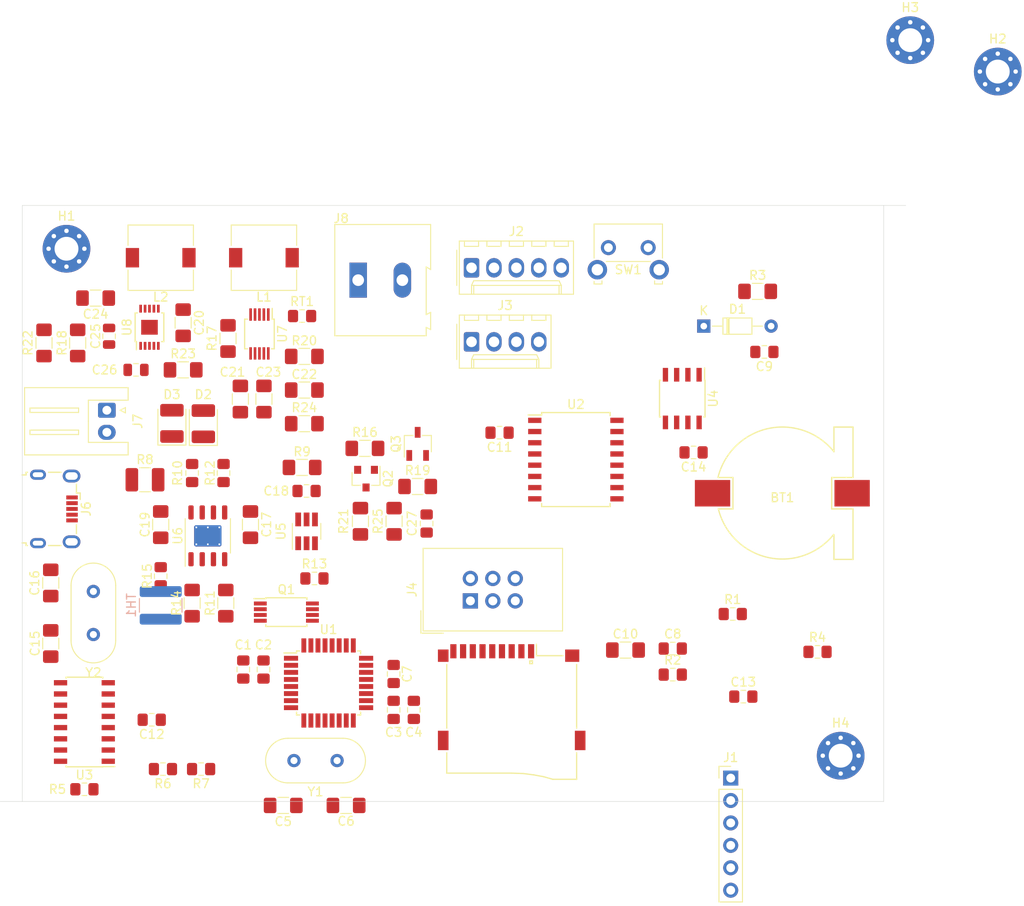
<source format=kicad_pcb>
(kicad_pcb (version 20171130) (host pcbnew "(6.0.0-rc1-dev-1491-g0a4812be0)")
  (layers (0 F.Cu signal) (31 B.Cu signal) (34 B.Paste user) (35 F.Paste user) (36 B.SilkS user) (37 F.SilkS user) (38 B.Mask user) (39 F.Mask user) (44 Edge.Cuts user))
  (net 0 "")
  (net 1 GND)
  (net 2 "Net-(BT1-Pad1)")
  (net 3 +3V3)
  (net 4 "/PB6(XTAL1)")
  (net 5 "/PB7(XTAL2)")
  (net 6 /DTR)
  (net 7 "/PC6(RESET)")
  (net 8 /RX)
  (net 9 /TX)
  (net 10 /SCL)
  (net 11 /SDA)
  (net 12 /SD_CS)
  (net 13 /MOSI)
  (net 14 /MISO)
  (net 15 "Net-(D2-Pad1)")
  (net 16 "Net-(L1-Pad2)")
  (net 17 "Net-(L1-Pad1)")
  (net 18 "Net-(Q1-Pad1)")
  (net 19 "Net-(R14-Pad1)")
  (net 20 "Net-(RT1-Pad1)")
  (net 21 "Net-(C7-Pad1)")
  (net 22 BAT+)
  (net 23 BAT-)
  (net 24 "Net-(C15-Pad1)")
  (net 25 "Net-(C16-Pad1)")
  (net 26 "Net-(C18-Pad1)")
  (net 27 "Net-(D3-Pad1)")
  (net 28 "Net-(R4-Pad2)")
  (net 29 "Net-(R13-Pad1)")
  (net 30 "Net-(R18-Pad2)")
  (net 31 /INT0)
  (net 32 "Net-(C12-Pad2)")
  (net 33 "Net-(C19-Pad1)")
  (net 34 ADC)
  (net 35 "Net-(C22-Pad2)")
  (net 36 "Net-(C22-Pad1)")
  (net 37 UD+)
  (net 38 UD-)
  (net 39 "Net-(Q1-Pad5)")
  (net 40 "Net-(Q1-Pad4)")
  (net 41 "Net-(Q2-Pad3)")
  (net 42 "Net-(Q2-Pad1)")
  (net 43 ENABLE)
  (net 44 "Net-(R6-Pad2)")
  (net 45 "Net-(R7-Pad2)")
  (net 46 "Net-(R10-Pad1)")
  (net 47 "Net-(R11-Pad2)")
  (net 48 "Net-(R12-Pad1)")
  (net 49 "Net-(C20-Pad1)")
  (net 50 "Net-(C25-Pad1)")
  (net 51 "Net-(C26-Pad1)")
  (net 52 "Net-(J6-Pad1)")
  (net 53 "Net-(L2-Pad2)")
  (net 54 "Net-(R20-Pad2)")
  (net 55 "Net-(R23-Pad1)")
  (net 56 "Net-(C11-Pad1)")
  (net 57 /SCK)
  (module "kicad_libraries:1220 Battery Holder, SMD" (layer F.Cu) (at 176.022 85.09)
    (fp_text reference BT1 (at 0 0.5) (layer F.SilkS))
    (fp_text value 3V)
    (pad 2 smd rect (at 7.9 0) (size 4 3) (layers F.Cu F.Paste F.Mask) (net 1 GND))
    (pad 1 smd rect (at -7.9 0) (size 4 3) (layers F.Cu F.Paste F.Mask) (net 2 "Net-(BT1-Pad1)"))
    (pad "" np_thru_hole circle (at -3.75 0) (size 1 1) (drill 1) (layers *.Cu *.Mask))
    (pad "" np_thru_hole circle (at 3.75 0) (size 1.3 1.3) (drill 1.3) (layers *.Cu *.Mask))
  )
  (module kicad_libraries:Conn_uSDcard (layer F.Cu) (at 145.3896 113.4872)
    (fp_text reference XS1)
    (fp_text value uSD-push_push_SMD)
    (pad 6 smd rect (at 7.75 -0.4) (size 1.2 2.2) (layers F.Cu F.Paste F.Mask) (net 1 GND))
    (pad 6 smd rect (at -7.75 -0.4) (size 1.2 2.2) (layers F.Cu F.Paste F.Mask) (net 1 GND))
    (pad 6 smd rect (at 6.85 -10) (size 1.6 1.4) (layers F.Cu F.Paste F.Mask) (net 1 GND))
    (pad 6 smd rect (at -7.75 -10) (size 1.2 1.4) (layers F.Cu F.Paste F.Mask) (net 1 GND))
    (pad 9 smd rect (at -6.6 -10.5) (size 0.7 1.6) (layers F.Cu F.Paste F.Mask))
    (pad 7 smd rect (at -4.4 -10.5) (size 0.7 1.6) (layers F.Cu F.Paste F.Mask) (net 14 /MISO))
    (pad 8 smd rect (at -5.5 -10.5) (size 0.7 1.6) (layers F.Cu F.Paste F.Mask))
    (pad 6 smd rect (at -3.3 -10.5) (size 0.7 1.6) (layers F.Cu F.Paste F.Mask) (net 1 GND))
    (pad 5 smd rect (at -2.2 -10.5) (size 0.7 1.6) (layers F.Cu F.Paste F.Mask) (net 57 /SCK))
    (pad 4 smd rect (at -1.1 -10.5) (size 0.7 1.6) (layers F.Cu F.Paste F.Mask) (net 3 +3V3))
    (pad 1 smd rect (at 2.2 -10.5) (size 0.7 1.6) (layers F.Cu F.Paste F.Mask))
    (pad 2 smd rect (at 1.1 -10.5) (size 0.7 1.6) (layers F.Cu F.Paste F.Mask) (net 12 /SD_CS))
    (pad "" np_thru_hole circle (at 3.05 0) (size 1 1) (drill 1) (layers *.Cu))
    (pad "" np_thru_hole circle (at -4.93 0) (size 1 1) (drill 1) (layers *.Cu))
    (pad 3 smd rect (at 0 -10.5) (size 0.7 1.6) (layers F.Cu F.Paste F.Mask) (net 13 /MOSI))
  )
  (module Connector_USB:USB_Micro-B_Wuerth_629105150521 (layer F.Cu) (at 93.726 86.868 270)
    (fp_text reference J6 (at 0 -3.5 270) (layer F.SilkS))
    (fp_text value USB_B_Mini)
    (pad "" np_thru_hole oval (at 2.5 -0.8 270) (size 0.8 0.8) (drill 0.8) (layers *.Cu *.Mask))
    (pad "" np_thru_hole oval (at -2.5 -0.8 270) (size 0.8 0.8) (drill 0.8) (layers *.Cu *.Mask))
    (pad 6 thru_hole oval (at 3.875 1.95 270) (size 1.15 1.8) (drill oval 0.55 1.2) (layers *.Cu *.Mask) (net 1 GND))
    (pad 6 thru_hole oval (at -3.875 1.95 270) (size 1.15 1.8) (drill oval 0.55 1.2) (layers *.Cu *.Mask) (net 1 GND))
    (pad 6 thru_hole oval (at 3.725 -1.85 270) (size 1.45 2) (drill oval 0.85 1.4) (layers *.Cu *.Mask) (net 1 GND))
    (pad 6 thru_hole oval (at -3.725 -1.85 270) (size 1.45 2) (drill oval 0.85 1.4) (layers *.Cu *.Mask) (net 1 GND))
    (pad 5 smd rect (at 1.3 -1.9 270) (size 0.45 1.3) (layers F.Cu F.Paste F.Mask) (net 1 GND))
    (pad 4 smd rect (at 0.65 -1.9 270) (size 0.45 1.3) (layers F.Cu F.Paste F.Mask))
    (pad 3 smd rect (at 0 -1.9 270) (size 0.45 1.3) (layers F.Cu F.Paste F.Mask) (net 37 UD+))
    (pad 2 smd rect (at -0.65 -1.9 270) (size 0.45 1.3) (layers F.Cu F.Paste F.Mask) (net 38 UD-))
    (pad 1 smd rect (at -1.3 -1.9 270) (size 0.45 1.3) (layers F.Cu F.Paste F.Mask) (net 52 "Net-(J6-Pad1)"))
  )
  (module Package_SO:MSOP-10-1EP_3x3mm_P0.5mm_EP1.68x1.88mm (layer F.Cu) (at 104.394 66.294 90)
    (fp_text reference U8 (at 0 -2.55 90) (layer F.SilkS))
    (fp_text value LTC3105)
    (pad 11 smd rect (at 0 0 90) (size 1.68 1.88) (layers F.Cu F.Mask) (net 1 GND))
    (pad 10 smd rect (at 2.105 -1 90) (size 0.89 0.305) (layers F.Cu F.Paste F.Mask) (net 50 "Net-(C25-Pad1)"))
    (pad 9 smd rect (at 2.105 -0.5 90) (size 0.89 0.305) (layers F.Cu F.Paste F.Mask) (net 22 BAT+))
    (pad 8 smd rect (at 2.105 0 90) (size 0.89 0.305) (layers F.Cu F.Paste F.Mask))
    (pad 7 smd rect (at 2.105 0.5 90) (size 0.89 0.305) (layers F.Cu F.Paste F.Mask) (net 53 "Net-(L2-Pad2)"))
    (pad 6 smd rect (at 2.105 1 90) (size 0.89 0.305) (layers F.Cu F.Paste F.Mask) (net 49 "Net-(C20-Pad1)"))
    (pad 5 smd rect (at -2.105 1 90) (size 0.89 0.305) (layers F.Cu F.Paste F.Mask) (net 55 "Net-(R23-Pad1)"))
    (pad 4 smd rect (at -2.105 0.5 90) (size 0.89 0.305) (layers F.Cu F.Paste F.Mask))
    (pad 3 smd rect (at -2.105 0 90) (size 0.89 0.305) (layers F.Cu F.Paste F.Mask) (net 1 GND))
    (pad 2 smd rect (at -2.105 -0.5 90) (size 0.89 0.305) (layers F.Cu F.Paste F.Mask) (net 51 "Net-(C26-Pad1)"))
    (pad 1 smd rect (at -2.105 -1 90) (size 0.89 0.305) (layers F.Cu F.Paste F.Mask) (net 30 "Net-(R18-Pad2)"))
  )
  (module Resistor_SMD:R_1206_3216Metric_Pad1.42x1.75mm_HandSolder (layer F.Cu) (at 132.08 88.265 90)
    (fp_text reference R25 (at 0 -1.82 90) (layer F.SilkS))
    (fp_text value 100k)
    (pad 2 smd roundrect (at 1.4875 0 90) (size 1.425 1.75) (layers F.Cu F.Paste F.Mask) (roundrect_rratio 0.175439) (net 1 GND))
    (pad 1 smd roundrect (at -1.4875 0 90) (size 1.425 1.75) (layers F.Cu F.Paste F.Mask) (roundrect_rratio 0.175439) (net 34 ADC))
  )
  (module Resistor_SMD:R_1206_3216Metric_Pad1.42x1.75mm_HandSolder (layer F.Cu) (at 121.92 77.216)
    (fp_text reference R24 (at 0 -1.82) (layer F.SilkS))
    (fp_text value 200k)
    (pad 2 smd roundrect (at 1.4875 0) (size 1.425 1.75) (layers F.Cu F.Paste F.Mask) (roundrect_rratio 0.175439) (net 1 GND))
    (pad 1 smd roundrect (at -1.4875 0) (size 1.425 1.75) (layers F.Cu F.Paste F.Mask) (roundrect_rratio 0.175439) (net 36 "Net-(C22-Pad1)"))
  )
  (module Resistor_SMD:R_1206_3216Metric_Pad1.42x1.75mm_HandSolder (layer F.Cu) (at 108.204 71.12)
    (fp_text reference R23 (at 0 -1.82) (layer F.SilkS))
    (fp_text value 40k2)
    (pad 2 smd roundrect (at 1.4875 0) (size 1.425 1.75) (layers F.Cu F.Paste F.Mask) (roundrect_rratio 0.175439) (net 1 GND))
    (pad 1 smd roundrect (at -1.4875 0) (size 1.425 1.75) (layers F.Cu F.Paste F.Mask) (roundrect_rratio 0.175439) (net 55 "Net-(R23-Pad1)"))
  )
  (module Inductor_SMD:L_7.3x7.3_H4.5 (layer F.Cu) (at 105.664 58.42 180)
    (fp_text reference L2 (at 0 -4.45 180) (layer F.SilkS))
    (fp_text value 10uH)
    (pad 2 smd rect (at 3.2 0 180) (size 1.5 2.2) (layers F.Cu F.Paste F.Mask) (net 53 "Net-(L2-Pad2)"))
    (pad 1 smd rect (at -3.2 0 180) (size 1.5 2.2) (layers F.Cu F.Paste F.Mask) (net 49 "Net-(C20-Pad1)"))
  )
  (module TerminalBlock:TerminalBlock_Altech_AK300-2_P5.00mm (layer F.Cu) (at 128.016 60.96)
    (fp_text reference J8 (at -1.92 -6.99) (layer F.SilkS))
    (fp_text value PhotoCell)
    (pad 2 thru_hole oval (at 5 0) (size 1.98 3.96) (drill 1.32) (layers *.Cu *.Mask) (net 1 GND))
    (pad 1 thru_hole rect (at 0 0) (size 1.98 3.96) (drill 1.32) (layers *.Cu *.Mask) (net 49 "Net-(C20-Pad1)"))
  )
  (module Connector_JST:JST_XH_S02B-XH-A_1x02_P2.50mm_Horizontal (layer F.Cu) (at 99.568 75.692 270)
    (fp_text reference J7 (at 1.25 -3.5 270) (layer F.SilkS))
    (fp_text value BAT)
    (pad 2 thru_hole oval (at 2.5 0 270) (size 1.7 2) (drill 1) (layers *.Cu *.Mask) (net 23 BAT-))
    (pad 1 thru_hole roundrect (at 0 0 270) (size 1.7 2) (drill 1) (layers *.Cu *.Mask) (roundrect_rratio 0.147059) (net 22 BAT+))
  )
  (module Capacitor_SMD:C_0805_2012Metric_Pad1.15x1.40mm_HandSolder (layer F.Cu) (at 135.763 88.519 90)
    (fp_text reference C27 (at 0 -1.65 90) (layer F.SilkS))
    (fp_text value 100nF)
    (pad 2 smd roundrect (at 1.025 0 90) (size 1.15 1.4) (layers F.Cu F.Paste F.Mask) (roundrect_rratio 0.217391) (net 1 GND))
    (pad 1 smd roundrect (at -1.025 0 90) (size 1.15 1.4) (layers F.Cu F.Paste F.Mask) (roundrect_rratio 0.217391) (net 34 ADC))
  )
  (module Capacitor_SMD:C_0805_2012Metric (layer F.Cu) (at 102.87 71.12)
    (fp_text reference C26 (at -3.556 0) (layer F.SilkS))
    (fp_text value 4.7uF)
    (pad 2 smd roundrect (at 0.9375 0) (size 0.975 1.4) (layers F.Cu F.Paste F.Mask) (net 1 GND))
    (pad 1 smd roundrect (at -0.9375 0) (size 0.975 1.4) (layers F.Cu F.Paste F.Mask) (net 51 "Net-(C26-Pad1)"))
  )
  (module Capacitor_SMD:C_0805_2012Metric (layer F.Cu) (at 99.822 67.31 270)
    (fp_text reference C25 (at 0 1.524 270) (layer F.SilkS))
    (fp_text value 1uF)
    (pad 2 smd roundrect (at 0.9375 0 270) (size 0.975 1.4) (layers F.Cu F.Paste F.Mask) (net 1 GND))
    (pad 1 smd roundrect (at -0.9375 0 270) (size 0.975 1.4) (layers F.Cu F.Paste F.Mask) (net 50 "Net-(C25-Pad1)"))
  )
  (module Capacitor_SMD:C_1206_3216Metric_Pad1.42x1.75mm_HandSolder (layer F.Cu) (at 98.298 62.992 180)
    (fp_text reference C24 (at 0 -1.82 180) (layer F.SilkS))
    (fp_text value 10uF)
    (pad 2 smd roundrect (at 1.4875 0 180) (size 1.425 1.75) (layers F.Cu F.Paste F.Mask) (roundrect_rratio 0.175439) (net 1 GND))
    (pad 1 smd roundrect (at -1.4875 0 180) (size 1.425 1.75) (layers F.Cu F.Paste F.Mask) (roundrect_rratio 0.175439) (net 22 BAT+))
  )
  (module Capacitor_SMD:C_1206_3216Metric_Pad1.42x1.75mm_HandSolder (layer F.Cu) (at 108.204 65.786 270)
    (fp_text reference C20 (at 0 -1.82 270) (layer F.SilkS))
    (fp_text value 10uF)
    (pad 2 smd roundrect (at 1.4875 0 270) (size 1.425 1.75) (layers F.Cu F.Paste F.Mask) (roundrect_rratio 0.175439) (net 1 GND))
    (pad 1 smd roundrect (at -1.4875 0 270) (size 1.425 1.75) (layers F.Cu F.Paste F.Mask) (roundrect_rratio 0.175439) (net 49 "Net-(C20-Pad1)"))
  )
  (module Crystal:Crystal_HC49-U_Vertical (layer F.Cu) (at 98.044 101.092 90)
    (fp_text reference Y2 (at -4.318 0 180) (layer F.SilkS))
    (fp_text value 12MHz)
    (pad 2 thru_hole circle (at 4.88 0 90) (size 1.5 1.5) (drill 0.8) (layers *.Cu *.Mask) (net 25 "Net-(C16-Pad1)"))
    (pad 1 thru_hole circle (at 0 0 90) (size 1.5 1.5) (drill 0.8) (layers *.Cu *.Mask) (net 24 "Net-(C15-Pad1)"))
  )
  (module Crystal:Crystal_HC49-U_Vertical (layer F.Cu) (at 125.6284 115.3668 180)
    (fp_text reference Y1 (at 2.44 -3.525 180) (layer F.SilkS))
    (fp_text value 8MHz)
    (pad 2 thru_hole circle (at 4.88 0 180) (size 1.5 1.5) (drill 0.8) (layers *.Cu *.Mask) (net 4 "/PB6(XTAL1)"))
    (pad 1 thru_hole circle (at 0 0 180) (size 1.5 1.5) (drill 0.8) (layers *.Cu *.Mask) (net 5 "/PB7(XTAL2)"))
  )
  (module Package_SO:MSOP-10_3x3mm_P0.5mm (layer F.Cu) (at 116.84 67.056 270)
    (fp_text reference U7 (at 0 -2.6 270) (layer F.SilkS))
    (fp_text value LTC3440)
    (pad 10 smd rect (at 2.2 -1 270) (size 1.4 0.3) (layers F.Cu F.Paste F.Mask) (net 54 "Net-(R20-Pad2)"))
    (pad 9 smd rect (at 2.2 -0.5 270) (size 1.4 0.3) (layers F.Cu F.Paste F.Mask) (net 36 "Net-(C22-Pad1)"))
    (pad 8 smd rect (at 2.2 0 270) (size 1.4 0.3) (layers F.Cu F.Paste F.Mask) (net 22 BAT+))
    (pad 7 smd rect (at 2.2 0.5 270) (size 1.4 0.3) (layers F.Cu F.Paste F.Mask) (net 22 BAT+))
    (pad 6 smd rect (at 2.2 1 270) (size 1.4 0.3) (layers F.Cu F.Paste F.Mask) (net 3 +3V3))
    (pad 5 smd rect (at -2.2 1 270) (size 1.4 0.3) (layers F.Cu F.Paste F.Mask) (net 1 GND))
    (pad 4 smd rect (at -2.2 0.5 270) (size 1.4 0.3) (layers F.Cu F.Paste F.Mask) (net 16 "Net-(L1-Pad2)"))
    (pad 3 smd rect (at -2.2 0 270) (size 1.4 0.3) (layers F.Cu F.Paste F.Mask) (net 17 "Net-(L1-Pad1)"))
    (pad 2 smd rect (at -2.2 -0.5 270) (size 1.4 0.3) (layers F.Cu F.Paste F.Mask))
    (pad 1 smd rect (at -2.2 -1 270) (size 1.4 0.3) (layers F.Cu F.Paste F.Mask) (net 20 "Net-(RT1-Pad1)"))
  )
  (module Package_SO:HSOP-8-1EP_3.9x4.9mm_P1.27mm_EP2.41x3.1mm_ThermalVias (layer F.Cu) (at 110.998 89.916 90)
    (fp_text reference U6 (at 0 -3.4 90) (layer F.SilkS))
    (fp_text value TP4056)
    (pad 8 smd roundrect (at 2.65 -1.905 90) (size 1.6 0.6) (layers F.Cu F.Paste F.Mask) (net 33 "Net-(C19-Pad1)"))
    (pad 7 smd roundrect (at 2.65 -0.635 90) (size 1.6 0.6) (layers F.Cu F.Paste F.Mask) (net 46 "Net-(R10-Pad1)"))
    (pad 6 smd roundrect (at 2.65 0.635 90) (size 1.6 0.6) (layers F.Cu F.Paste F.Mask) (net 48 "Net-(R12-Pad1)"))
    (pad 5 smd roundrect (at 2.65 1.905 90) (size 1.6 0.6) (layers F.Cu F.Paste F.Mask) (net 22 BAT+))
    (pad 4 smd roundrect (at -2.65 1.905 90) (size 1.6 0.6) (layers F.Cu F.Paste F.Mask) (net 33 "Net-(C19-Pad1)"))
    (pad 3 smd roundrect (at -2.65 0.635 90) (size 1.6 0.6) (layers F.Cu F.Paste F.Mask) (net 1 GND))
    (pad 2 smd roundrect (at -2.65 -0.635 90) (size 1.6 0.6) (layers F.Cu F.Paste F.Mask) (net 19 "Net-(R14-Pad1)"))
    (pad 1 smd roundrect (at -2.65 -1.905 90) (size 1.6 0.6) (layers F.Cu F.Paste F.Mask) (net 47 "Net-(R11-Pad2)"))
    (pad 9 smd roundrect (at 0 0 90) (size 2.41 3.1) (layers B.Cu) (roundrect_rratio 0.103734))
    (pad 9 thru_hole circle (at 0.955 1.3 90) (size 0.5 0.5) (drill 0.2) (layers *.Cu))
    (pad 9 thru_hole circle (at -0.955 1.3 90) (size 0.5 0.5) (drill 0.2) (layers *.Cu))
    (pad 9 thru_hole circle (at 0.955 0 90) (size 0.5 0.5) (drill 0.2) (layers *.Cu))
    (pad 9 thru_hole circle (at -0.955 0 90) (size 0.5 0.5) (drill 0.2) (layers *.Cu))
    (pad 9 thru_hole circle (at 0.955 -1.3 90) (size 0.5 0.5) (drill 0.2) (layers *.Cu))
    (pad 9 thru_hole circle (at -0.955 -1.3 90) (size 0.5 0.5) (drill 0.2) (layers *.Cu))
    (pad 9 smd roundrect (at 0 0 90) (size 2.41 3.1) (layers F.Cu F.Mask) (roundrect_rratio 0.104))
  )
  (module Package_TO_SOT_SMD:SOT-23-6_Handsoldering (layer F.Cu) (at 122.174 89.408 90)
    (fp_text reference U5 (at 0 -2.9 90) (layer F.SilkS))
    (fp_text value FS312F-G)
    (pad 5 smd rect (at 1.35 0 90) (size 1.56 0.65) (layers F.Cu F.Paste F.Mask) (net 26 "Net-(C18-Pad1)"))
    (pad 6 smd rect (at 1.35 -0.95 90) (size 1.56 0.65) (layers F.Cu F.Paste F.Mask) (net 23 BAT-))
    (pad 4 smd rect (at 1.35 0.95 90) (size 1.56 0.65) (layers F.Cu F.Paste F.Mask))
    (pad 3 smd rect (at -1.35 0.95 90) (size 1.56 0.65) (layers F.Cu F.Paste F.Mask) (net 39 "Net-(Q1-Pad5)"))
    (pad 2 smd rect (at -1.35 0 90) (size 1.56 0.65) (layers F.Cu F.Paste F.Mask) (net 29 "Net-(R13-Pad1)"))
    (pad 1 smd rect (at -1.35 -0.95 90) (size 1.56 0.65) (layers F.Cu F.Paste F.Mask) (net 40 "Net-(Q1-Pad4)"))
  )
  (module Package_SO:SOIC-8_3.9x4.9mm_P1.27mm (layer F.Cu) (at 164.697547 74.373158 270)
    (fp_text reference U4 (at 0 -3.5 270) (layer F.SilkS))
    (fp_text value AT24CS32-SSHM)
    (pad 8 smd rect (at 2.7 -1.905 270) (size 1.55 0.6) (layers F.Cu F.Paste F.Mask) (net 3 +3V3))
    (pad 7 smd rect (at 2.7 -0.635 270) (size 1.55 0.6) (layers F.Cu F.Paste F.Mask) (net 1 GND))
    (pad 6 smd rect (at 2.7 0.635 270) (size 1.55 0.6) (layers F.Cu F.Paste F.Mask) (net 10 /SCL))
    (pad 5 smd rect (at 2.7 1.905 270) (size 1.55 0.6) (layers F.Cu F.Paste F.Mask) (net 11 /SDA))
    (pad 4 smd rect (at -2.7 1.905 270) (size 1.55 0.6) (layers F.Cu F.Paste F.Mask) (net 1 GND))
    (pad 3 smd rect (at -2.7 0.635 270) (size 1.55 0.6) (layers F.Cu F.Paste F.Mask) (net 1 GND))
    (pad 2 smd rect (at -2.7 -0.635 270) (size 1.55 0.6) (layers F.Cu F.Paste F.Mask) (net 1 GND))
    (pad 1 smd rect (at -2.7 -1.905 270) (size 1.55 0.6) (layers F.Cu F.Paste F.Mask) (net 1 GND))
  )
  (module Package_SO:SOIC-16_3.9x9.9mm_P1.27mm (layer F.Cu) (at 97.028 110.998 180)
    (fp_text reference U3 (at 0 -6 180) (layer F.SilkS))
    (fp_text value CH340G)
    (pad 16 smd rect (at 2.7 -4.445 180) (size 1.5 0.6) (layers F.Cu F.Paste F.Mask) (net 3 +3V3))
    (pad 15 smd rect (at 2.7 -3.175 180) (size 1.5 0.6) (layers F.Cu F.Paste F.Mask))
    (pad 14 smd rect (at 2.7 -1.905 180) (size 1.5 0.6) (layers F.Cu F.Paste F.Mask))
    (pad 13 smd rect (at 2.7 -0.635 180) (size 1.5 0.6) (layers F.Cu F.Paste F.Mask))
    (pad 12 smd rect (at 2.7 0.635 180) (size 1.5 0.6) (layers F.Cu F.Paste F.Mask))
    (pad 11 smd rect (at 2.7 1.905 180) (size 1.5 0.6) (layers F.Cu F.Paste F.Mask))
    (pad 10 smd rect (at 2.7 3.175 180) (size 1.5 0.6) (layers F.Cu F.Paste F.Mask))
    (pad 9 smd rect (at 2.7 4.445 180) (size 1.5 0.6) (layers F.Cu F.Paste F.Mask))
    (pad 8 smd rect (at -2.7 4.445 180) (size 1.5 0.6) (layers F.Cu F.Paste F.Mask) (net 25 "Net-(C16-Pad1)"))
    (pad 7 smd rect (at -2.7 3.175 180) (size 1.5 0.6) (layers F.Cu F.Paste F.Mask) (net 24 "Net-(C15-Pad1)"))
    (pad 6 smd rect (at -2.7 1.905 180) (size 1.5 0.6) (layers F.Cu F.Paste F.Mask) (net 38 UD-))
    (pad 5 smd rect (at -2.7 0.635 180) (size 1.5 0.6) (layers F.Cu F.Paste F.Mask) (net 37 UD+))
    (pad 4 smd rect (at -2.7 -0.635 180) (size 1.5 0.6) (layers F.Cu F.Paste F.Mask) (net 32 "Net-(C12-Pad2)"))
    (pad 3 smd rect (at -2.7 -1.905 180) (size 1.5 0.6) (layers F.Cu F.Paste F.Mask) (net 45 "Net-(R7-Pad2)"))
    (pad 2 smd rect (at -2.7 -3.175 180) (size 1.5 0.6) (layers F.Cu F.Paste F.Mask) (net 44 "Net-(R6-Pad2)"))
    (pad 1 smd rect (at -2.7 -4.445 180) (size 1.5 0.6) (layers F.Cu F.Paste F.Mask) (net 1 GND))
  )
  (module Package_SO:SOIC-16W_7.5x10.3mm_P1.27mm (layer F.Cu) (at 152.654 81.28)
    (fp_text reference U2 (at 0 -6.25) (layer F.SilkS))
    (fp_text value DS3231M)
    (pad 16 smd rect (at 4.65 -4.445) (size 1.5 0.6) (layers F.Cu F.Paste F.Mask) (net 10 /SCL))
    (pad 15 smd rect (at 4.65 -3.175) (size 1.5 0.6) (layers F.Cu F.Paste F.Mask) (net 11 /SDA))
    (pad 14 smd rect (at 4.65 -1.905) (size 1.5 0.6) (layers F.Cu F.Paste F.Mask) (net 2 "Net-(BT1-Pad1)"))
    (pad 13 smd rect (at 4.65 -0.635) (size 1.5 0.6) (layers F.Cu F.Paste F.Mask) (net 1 GND))
    (pad 12 smd rect (at 4.65 0.635) (size 1.5 0.6) (layers F.Cu F.Paste F.Mask) (net 1 GND))
    (pad 11 smd rect (at 4.65 1.905) (size 1.5 0.6) (layers F.Cu F.Paste F.Mask) (net 1 GND))
    (pad 10 smd rect (at 4.65 3.175) (size 1.5 0.6) (layers F.Cu F.Paste F.Mask) (net 1 GND))
    (pad 9 smd rect (at 4.65 4.445) (size 1.5 0.6) (layers F.Cu F.Paste F.Mask) (net 1 GND))
    (pad 8 smd rect (at -4.65 4.445) (size 1.5 0.6) (layers F.Cu F.Paste F.Mask) (net 1 GND))
    (pad 7 smd rect (at -4.65 3.175) (size 1.5 0.6) (layers F.Cu F.Paste F.Mask) (net 1 GND))
    (pad 6 smd rect (at -4.65 1.905) (size 1.5 0.6) (layers F.Cu F.Paste F.Mask) (net 1 GND))
    (pad 5 smd rect (at -4.65 0.635) (size 1.5 0.6) (layers F.Cu F.Paste F.Mask) (net 1 GND))
    (pad 4 smd rect (at -4.65 -0.635) (size 1.5 0.6) (layers F.Cu F.Paste F.Mask))
    (pad 3 smd rect (at -4.65 -1.905) (size 1.5 0.6) (layers F.Cu F.Paste F.Mask) (net 31 /INT0))
    (pad 2 smd rect (at -4.65 -3.175) (size 1.5 0.6) (layers F.Cu F.Paste F.Mask) (net 56 "Net-(C11-Pad1)"))
    (pad 1 smd rect (at -4.65 -4.445) (size 1.5 0.6) (layers F.Cu F.Paste F.Mask))
  )
  (module Package_QFP:TQFP-32_7x7mm_P0.8mm (layer F.Cu) (at 124.6632 106.5784)
    (fp_text reference U1 (at 0 -6.05) (layer F.SilkS))
    (fp_text value ATmega328P-AU)
    (pad 32 smd rect (at -2.8 -4.25 90) (size 1.6 0.55) (layers F.Cu F.Paste F.Mask) (net 31 /INT0))
    (pad 31 smd rect (at -2 -4.25 90) (size 1.6 0.55) (layers F.Cu F.Paste F.Mask) (net 9 /TX))
    (pad 30 smd rect (at -1.2 -4.25 90) (size 1.6 0.55) (layers F.Cu F.Paste F.Mask) (net 8 /RX))
    (pad 29 smd rect (at -0.4 -4.25 90) (size 1.6 0.55) (layers F.Cu F.Paste F.Mask) (net 7 "/PC6(RESET)"))
    (pad 28 smd rect (at 0.4 -4.25 90) (size 1.6 0.55) (layers F.Cu F.Paste F.Mask) (net 10 /SCL))
    (pad 27 smd rect (at 1.2 -4.25 90) (size 1.6 0.55) (layers F.Cu F.Paste F.Mask) (net 11 /SDA))
    (pad 26 smd rect (at 2 -4.25 90) (size 1.6 0.55) (layers F.Cu F.Paste F.Mask))
    (pad 25 smd rect (at 2.8 -4.25 90) (size 1.6 0.55) (layers F.Cu F.Paste F.Mask))
    (pad 24 smd rect (at 4.25 -2.8) (size 1.6 0.55) (layers F.Cu F.Paste F.Mask) (net 43 ENABLE))
    (pad 23 smd rect (at 4.25 -2) (size 1.6 0.55) (layers F.Cu F.Paste F.Mask) (net 34 ADC))
    (pad 22 smd rect (at 4.25 -1.2) (size 1.6 0.55) (layers F.Cu F.Paste F.Mask))
    (pad 21 smd rect (at 4.25 -0.4) (size 1.6 0.55) (layers F.Cu F.Paste F.Mask) (net 1 GND))
    (pad 20 smd rect (at 4.25 0.4) (size 1.6 0.55) (layers F.Cu F.Paste F.Mask) (net 21 "Net-(C7-Pad1)"))
    (pad 19 smd rect (at 4.25 1.2) (size 1.6 0.55) (layers F.Cu F.Paste F.Mask))
    (pad 18 smd rect (at 4.25 2) (size 1.6 0.55) (layers F.Cu F.Paste F.Mask) (net 3 +3V3))
    (pad 17 smd rect (at 4.25 2.8) (size 1.6 0.55) (layers F.Cu F.Paste F.Mask) (net 57 /SCK))
    (pad 16 smd rect (at 2.8 4.25 90) (size 1.6 0.55) (layers F.Cu F.Paste F.Mask) (net 14 /MISO))
    (pad 15 smd rect (at 2 4.25 90) (size 1.6 0.55) (layers F.Cu F.Paste F.Mask) (net 13 /MOSI))
    (pad 14 smd rect (at 1.2 4.25 90) (size 1.6 0.55) (layers F.Cu F.Paste F.Mask) (net 12 /SD_CS))
    (pad 13 smd rect (at 0.4 4.25 90) (size 1.6 0.55) (layers F.Cu F.Paste F.Mask))
    (pad 12 smd rect (at -0.4 4.25 90) (size 1.6 0.55) (layers F.Cu F.Paste F.Mask))
    (pad 11 smd rect (at -1.2 4.25 90) (size 1.6 0.55) (layers F.Cu F.Paste F.Mask))
    (pad 10 smd rect (at -2 4.25 90) (size 1.6 0.55) (layers F.Cu F.Paste F.Mask))
    (pad 9 smd rect (at -2.8 4.25 90) (size 1.6 0.55) (layers F.Cu F.Paste F.Mask))
    (pad 8 smd rect (at -4.25 2.8) (size 1.6 0.55) (layers F.Cu F.Paste F.Mask) (net 5 "/PB7(XTAL2)"))
    (pad 7 smd rect (at -4.25 2) (size 1.6 0.55) (layers F.Cu F.Paste F.Mask) (net 4 "/PB6(XTAL1)"))
    (pad 6 smd rect (at -4.25 1.2) (size 1.6 0.55) (layers F.Cu F.Paste F.Mask) (net 3 +3V3))
    (pad 5 smd rect (at -4.25 0.4) (size 1.6 0.55) (layers F.Cu F.Paste F.Mask) (net 1 GND))
    (pad 4 smd rect (at -4.25 -0.4) (size 1.6 0.55) (layers F.Cu F.Paste F.Mask) (net 3 +3V3))
    (pad 3 smd rect (at -4.25 -1.2) (size 1.6 0.55) (layers F.Cu F.Paste F.Mask) (net 1 GND))
    (pad 2 smd rect (at -4.25 -2) (size 1.6 0.55) (layers F.Cu F.Paste F.Mask))
    (pad 1 smd rect (at -4.25 -2.8) (size 1.6 0.55) (layers F.Cu F.Paste F.Mask))
  )
  (module Resistor_SMD:R_1218_3246Metric_Pad1.22x4.75mm_HandSolder (layer B.Cu) (at 105.664 97.79 270)
    (fp_text reference TH1 (at 0 3.32 270) (layer B.SilkS) (effects (justify mirror)))
    (fp_text value "10k (25ᵒ)")
    (pad 2 smd roundrect (at 1.5625 0 270) (size 1.225 4.75) (layers B.Cu B.Paste B.Mask) (roundrect_rratio 0.204082) (net 1 GND))
    (pad 1 smd roundrect (at -1.5625 0 270) (size 1.225 4.75) (layers B.Cu B.Paste B.Mask) (roundrect_rratio 0.204082) (net 47 "Net-(R11-Pad2)"))
  )
  (module Button_Switch_THT:SW_Tactile_SKHH_Angled (layer F.Cu) (at 156.337 57.277)
    (fp_text reference SW1 (at 2.25 2.5) (layer F.SilkS))
    (fp_text value SW_Push)
    (pad 1 thru_hole circle (at 0 0 180) (size 1.7 1.7) (drill 1) (layers *.Cu *.Mask) (net 28 "Net-(R4-Pad2)"))
    (pad 2 thru_hole circle (at 4.5 0 180) (size 1.7 1.7) (drill 1) (layers *.Cu *.Mask) (net 1 GND))
    (pad "" thru_hole circle (at -1.25 2.5 180) (size 2.2 2.2) (drill 1.3) (layers *.Cu *.Mask))
    (pad "" thru_hole circle (at 5.75 2.5 180) (size 2.2 2.2) (drill 1.3) (layers *.Cu *.Mask))
  )
  (module Resistor_SMD:R_0805_2012Metric_Pad1.15x1.40mm_HandSolder (layer F.Cu) (at 121.666 65.024)
    (fp_text reference RT1 (at 0 -1.65) (layer F.SilkS))
    (fp_text value 30k1)
    (pad 2 smd roundrect (at 1.025 0) (size 1.15 1.4) (layers F.Cu F.Paste F.Mask) (roundrect_rratio 0.217391) (net 1 GND))
    (pad 1 smd roundrect (at -1.025 0) (size 1.15 1.4) (layers F.Cu F.Paste F.Mask) (roundrect_rratio 0.217391) (net 20 "Net-(RT1-Pad1)"))
  )
  (module Resistor_SMD:R_1206_3216Metric_Pad1.42x1.75mm_HandSolder (layer F.Cu) (at 92.456 68.072 90)
    (fp_text reference R22 (at 0 -1.82 90) (layer F.SilkS))
    (fp_text value 332k)
    (pad 2 smd roundrect (at 1.4875 0 90) (size 1.425 1.75) (layers F.Cu F.Paste F.Mask) (roundrect_rratio 0.175439) (net 1 GND))
    (pad 1 smd roundrect (at -1.4875 0 90) (size 1.425 1.75) (layers F.Cu F.Paste F.Mask) (roundrect_rratio 0.175439) (net 30 "Net-(R18-Pad2)"))
  )
  (module Resistor_SMD:R_1206_3216Metric_Pad1.42x1.75mm_HandSolder (layer F.Cu) (at 128.27 88.265 270)
    (fp_text reference R21 (at 0 1.905 270) (layer F.SilkS))
    (fp_text value 330k)
    (pad 2 smd roundrect (at 1.4875 0 270) (size 1.425 1.75) (layers F.Cu F.Paste F.Mask) (roundrect_rratio 0.175439) (net 34 ADC))
    (pad 1 smd roundrect (at -1.4875 0 270) (size 1.425 1.75) (layers F.Cu F.Paste F.Mask) (roundrect_rratio 0.175439) (net 41 "Net-(Q2-Pad3)"))
  )
  (module Resistor_SMD:R_1206_3216Metric_Pad1.42x1.75mm_HandSolder (layer F.Cu) (at 121.92 69.596 180)
    (fp_text reference R20 (at 0 1.778 180) (layer F.SilkS))
    (fp_text value 15k)
    (pad 2 smd roundrect (at 1.4875 0 180) (size 1.425 1.75) (layers F.Cu F.Paste F.Mask) (roundrect_rratio 0.175439) (net 54 "Net-(R20-Pad2)"))
    (pad 1 smd roundrect (at -1.4875 0 180) (size 1.425 1.75) (layers F.Cu F.Paste F.Mask) (roundrect_rratio 0.175439) (net 35 "Net-(C22-Pad2)"))
  )
  (module Resistor_SMD:R_1206_3216Metric_Pad1.42x1.75mm_HandSolder (layer F.Cu) (at 134.747 84.328)
    (fp_text reference R19 (at 0 -1.82) (layer F.SilkS))
    (fp_text value 100k)
    (pad 2 smd roundrect (at 1.4875 0) (size 1.425 1.75) (layers F.Cu F.Paste F.Mask) (roundrect_rratio 0.175439) (net 1 GND))
    (pad 1 smd roundrect (at -1.4875 0) (size 1.425 1.75) (layers F.Cu F.Paste F.Mask) (roundrect_rratio 0.175439) (net 43 ENABLE))
  )
  (module Resistor_SMD:R_1206_3216Metric_Pad1.42x1.75mm_HandSolder (layer F.Cu) (at 96.266 68.072 270)
    (fp_text reference R18 (at 0 1.778 270) (layer F.SilkS))
    (fp_text value 1.02M)
    (pad 2 smd roundrect (at 1.4875 0 270) (size 1.425 1.75) (layers F.Cu F.Paste F.Mask) (roundrect_rratio 0.175439) (net 30 "Net-(R18-Pad2)"))
    (pad 1 smd roundrect (at -1.4875 0 270) (size 1.425 1.75) (layers F.Cu F.Paste F.Mask) (roundrect_rratio 0.175439) (net 22 BAT+))
  )
  (module Resistor_SMD:R_1206_3216Metric_Pad1.42x1.75mm_HandSolder (layer F.Cu) (at 113.284 67.564 90)
    (fp_text reference R17 (at 0 -1.82 90) (layer F.SilkS))
    (fp_text value 340k)
    (pad 2 smd roundrect (at 1.4875 0 90) (size 1.425 1.75) (layers F.Cu F.Paste F.Mask) (roundrect_rratio 0.175439) (net 36 "Net-(C22-Pad1)"))
    (pad 1 smd roundrect (at -1.4875 0 90) (size 1.425 1.75) (layers F.Cu F.Paste F.Mask) (roundrect_rratio 0.175439) (net 3 +3V3))
  )
  (module Resistor_SMD:R_1206_3216Metric_Pad1.42x1.75mm_HandSolder (layer F.Cu) (at 128.778 80.01)
    (fp_text reference R16 (at 0 -1.82) (layer F.SilkS))
    (fp_text value 10k)
    (pad 2 smd roundrect (at 1.4875 0) (size 1.425 1.75) (layers F.Cu F.Paste F.Mask) (roundrect_rratio 0.175439) (net 42 "Net-(Q2-Pad1)"))
    (pad 1 smd roundrect (at -1.4875 0) (size 1.425 1.75) (layers F.Cu F.Paste F.Mask) (roundrect_rratio 0.175439) (net 22 BAT+))
  )
  (module Resistor_SMD:R_0805_2012Metric_Pad1.15x1.40mm_HandSolder (layer F.Cu) (at 105.664 94.488 270)
    (fp_text reference R15 (at 0 1.524 270) (layer F.SilkS))
    (fp_text value 10k48)
    (pad 2 smd roundrect (at 1.025 0 270) (size 1.15 1.4) (layers F.Cu F.Paste F.Mask) (roundrect_rratio 0.217391) (net 1 GND))
    (pad 1 smd roundrect (at -1.025 0 270) (size 1.15 1.4) (layers F.Cu F.Paste F.Mask) (roundrect_rratio 0.217391) (net 47 "Net-(R11-Pad2)"))
  )
  (module Resistor_SMD:R_1206_3216Metric_Pad1.42x1.75mm_HandSolder (layer F.Cu) (at 109.22 97.536 270)
    (fp_text reference R14 (at 0 1.778 270) (layer F.SilkS))
    (fp_text value 1k2)
    (pad 2 smd roundrect (at 1.4875 0 270) (size 1.425 1.75) (layers F.Cu F.Paste F.Mask) (roundrect_rratio 0.175439) (net 1 GND))
    (pad 1 smd roundrect (at -1.4875 0 270) (size 1.425 1.75) (layers F.Cu F.Paste F.Mask) (roundrect_rratio 0.175439) (net 19 "Net-(R14-Pad1)"))
  )
  (module Resistor_SMD:R_0805_2012Metric_Pad1.15x1.40mm_HandSolder (layer F.Cu) (at 123.063 94.742)
    (fp_text reference R13 (at 0 -1.65) (layer F.SilkS))
    (fp_text value 1k)
    (pad 2 smd roundrect (at 1.025 0) (size 1.15 1.4) (layers F.Cu F.Paste F.Mask) (roundrect_rratio 0.217391) (net 1 GND))
    (pad 1 smd roundrect (at -1.025 0) (size 1.15 1.4) (layers F.Cu F.Paste F.Mask) (roundrect_rratio 0.217391) (net 29 "Net-(R13-Pad1)"))
  )
  (module Resistor_SMD:R_0805_2012Metric_Pad1.15x1.40mm_HandSolder (layer F.Cu) (at 112.776 82.804 90)
    (fp_text reference R12 (at 0 -1.524 90) (layer F.SilkS))
    (fp_text value 1k)
    (pad 2 smd roundrect (at 1.025 0 90) (size 1.15 1.4) (layers F.Cu F.Paste F.Mask) (roundrect_rratio 0.217391) (net 15 "Net-(D2-Pad1)"))
    (pad 1 smd roundrect (at -1.025 0 90) (size 1.15 1.4) (layers F.Cu F.Paste F.Mask) (roundrect_rratio 0.217391) (net 48 "Net-(R12-Pad1)"))
  )
  (module Resistor_SMD:R_1206_3216Metric_Pad1.42x1.75mm_HandSolder (layer F.Cu) (at 113.03 97.536 270)
    (fp_text reference R11 (at 0 1.778 270) (layer F.SilkS))
    (fp_text value 2k7)
    (pad 2 smd roundrect (at 1.4875 0 270) (size 1.425 1.75) (layers F.Cu F.Paste F.Mask) (roundrect_rratio 0.175439) (net 47 "Net-(R11-Pad2)"))
    (pad 1 smd roundrect (at -1.4875 0 270) (size 1.425 1.75) (layers F.Cu F.Paste F.Mask) (roundrect_rratio 0.175439) (net 33 "Net-(C19-Pad1)"))
  )
  (module Resistor_SMD:R_0805_2012Metric_Pad1.15x1.40mm_HandSolder (layer F.Cu) (at 109.22 82.804 90)
    (fp_text reference R10 (at 0 -1.65 90) (layer F.SilkS))
    (fp_text value 1k)
    (pad 2 smd roundrect (at 1.025 0 90) (size 1.15 1.4) (layers F.Cu F.Paste F.Mask) (roundrect_rratio 0.217391) (net 27 "Net-(D3-Pad1)"))
    (pad 1 smd roundrect (at -1.025 0 90) (size 1.15 1.4) (layers F.Cu F.Paste F.Mask) (roundrect_rratio 0.217391) (net 46 "Net-(R10-Pad1)"))
  )
  (module Resistor_SMD:R_1206_3216Metric_Pad1.42x1.75mm_HandSolder (layer F.Cu) (at 121.666 82.169 180)
    (fp_text reference R9 (at 0 1.778 180) (layer F.SilkS))
    (fp_text value 100)
    (pad 2 smd roundrect (at 1.4875 0 180) (size 1.425 1.75) (layers F.Cu F.Paste F.Mask) (roundrect_rratio 0.175439) (net 22 BAT+))
    (pad 1 smd roundrect (at -1.4875 0 180) (size 1.425 1.75) (layers F.Cu F.Paste F.Mask) (roundrect_rratio 0.175439) (net 26 "Net-(C18-Pad1)"))
  )
  (module Resistor_SMD:R_1210_3225Metric_Pad1.42x2.65mm_HandSolder (layer F.Cu) (at 103.886 83.566 180)
    (fp_text reference R8 (at 0 2.286 180) (layer F.SilkS))
    (fp_text value 0R4)
    (pad 2 smd roundrect (at 1.4875 0 180) (size 1.425 2.65) (layers F.Cu F.Paste F.Mask) (roundrect_rratio 0.175439) (net 52 "Net-(J6-Pad1)"))
    (pad 1 smd roundrect (at -1.4875 0 180) (size 1.425 2.65) (layers F.Cu F.Paste F.Mask) (roundrect_rratio 0.175439) (net 33 "Net-(C19-Pad1)"))
  )
  (module Resistor_SMD:R_0805_2012Metric_Pad1.15x1.40mm_HandSolder (layer F.Cu) (at 110.236 116.332 180)
    (fp_text reference R7 (at 0 -1.65 180) (layer F.SilkS))
    (fp_text value 1k)
    (pad 2 smd roundrect (at 1.025 0 180) (size 1.15 1.4) (layers F.Cu F.Paste F.Mask) (roundrect_rratio 0.217391) (net 45 "Net-(R7-Pad2)"))
    (pad 1 smd roundrect (at -1.025 0 180) (size 1.15 1.4) (layers F.Cu F.Paste F.Mask) (roundrect_rratio 0.217391) (net 9 /TX))
  )
  (module Resistor_SMD:R_0805_2012Metric_Pad1.15x1.40mm_HandSolder (layer F.Cu) (at 105.918 116.332 180)
    (fp_text reference R6 (at 0 -1.65 180) (layer F.SilkS))
    (fp_text value 1k)
    (pad 2 smd roundrect (at 1.025 0 180) (size 1.15 1.4) (layers F.Cu F.Paste F.Mask) (roundrect_rratio 0.217391) (net 44 "Net-(R6-Pad2)"))
    (pad 1 smd roundrect (at -1.025 0 180) (size 1.15 1.4) (layers F.Cu F.Paste F.Mask) (roundrect_rratio 0.217391) (net 8 /RX))
  )
  (module Resistor_SMD:R_0805_2012Metric_Pad1.15x1.40mm_HandSolder (layer F.Cu) (at 97.028 118.618)
    (fp_text reference R5 (at -3.048 0) (layer F.SilkS))
    (fp_text value 0R)
    (pad 2 smd roundrect (at 1.025 0) (size 1.15 1.4) (layers F.Cu F.Paste F.Mask) (roundrect_rratio 0.217391) (net 32 "Net-(C12-Pad2)"))
    (pad 1 smd roundrect (at -1.025 0) (size 1.15 1.4) (layers F.Cu F.Paste F.Mask) (roundrect_rratio 0.217391) (net 3 +3V3))
  )
  (module Resistor_SMD:R_0805_2012Metric_Pad1.15x1.40mm_HandSolder (layer F.Cu) (at 180.005001 103.053001)
    (fp_text reference R4 (at 0 -1.65) (layer F.SilkS))
    (fp_text value 330)
    (pad 2 smd roundrect (at 1.025 0) (size 1.15 1.4) (layers F.Cu F.Paste F.Mask) (roundrect_rratio 0.217391) (net 28 "Net-(R4-Pad2)"))
    (pad 1 smd roundrect (at -1.025 0) (size 1.15 1.4) (layers F.Cu F.Paste F.Mask) (roundrect_rratio 0.217391) (net 7 "/PC6(RESET)"))
  )
  (module Resistor_SMD:R_1206_3216Metric_Pad1.42x1.75mm_HandSolder (layer F.Cu) (at 173.228 62.23)
    (fp_text reference R3 (at 0 -1.82) (layer F.SilkS))
    (fp_text value 10k)
    (pad 2 smd roundrect (at 1.4875 0) (size 1.425 1.75) (layers F.Cu F.Paste F.Mask) (roundrect_rratio 0.175439) (net 7 "/PC6(RESET)"))
    (pad 1 smd roundrect (at -1.4875 0) (size 1.425 1.75) (layers F.Cu F.Paste F.Mask) (roundrect_rratio 0.175439) (net 3 +3V3))
  )
  (module Resistor_SMD:R_0805_2012Metric_Pad1.15x1.40mm_HandSolder (layer F.Cu) (at 163.621001 105.631001)
    (fp_text reference R2 (at 0 -1.65) (layer F.SilkS))
    (fp_text value 4k7)
    (pad 2 smd roundrect (at 1.025 0) (size 1.15 1.4) (layers F.Cu F.Paste F.Mask) (roundrect_rratio 0.217391) (net 10 /SCL))
    (pad 1 smd roundrect (at -1.025 0) (size 1.15 1.4) (layers F.Cu F.Paste F.Mask) (roundrect_rratio 0.217391) (net 3 +3V3))
  )
  (module Resistor_SMD:R_0805_2012Metric_Pad1.15x1.40mm_HandSolder (layer F.Cu) (at 170.411001 98.771001)
    (fp_text reference R1 (at 0 -1.65) (layer F.SilkS))
    (fp_text value 4k7)
    (pad 2 smd roundrect (at 1.025 0) (size 1.15 1.4) (layers F.Cu F.Paste F.Mask) (roundrect_rratio 0.217391) (net 11 /SDA))
    (pad 1 smd roundrect (at -1.025 0) (size 1.15 1.4) (layers F.Cu F.Paste F.Mask) (roundrect_rratio 0.217391) (net 3 +3V3))
  )
  (module Package_TO_SOT_SMD:TSOT-23 (layer F.Cu) (at 134.747 79.502 90)
    (fp_text reference Q3 (at 0 -2.45 90) (layer F.SilkS))
    (fp_text value 2N7002)
    (pad 3 smd rect (at 1.31 0 90) (size 1.22 0.65) (layers F.Cu F.Paste F.Mask) (net 42 "Net-(Q2-Pad1)"))
    (pad 2 smd rect (at -1.31 0.95 90) (size 1.22 0.65) (layers F.Cu F.Paste F.Mask) (net 1 GND))
    (pad 1 smd rect (at -1.31 -0.95 90) (size 1.22 0.65) (layers F.Cu F.Paste F.Mask) (net 43 ENABLE))
  )
  (module Package_TO_SOT_SMD:SOT-23 (layer F.Cu) (at 128.905 83.439 270)
    (fp_text reference Q2 (at 0 -2.5 270) (layer F.SilkS))
    (fp_text value Si2309DS)
    (pad 3 smd rect (at 1 0 270) (size 0.9 0.8) (layers F.Cu F.Paste F.Mask) (net 41 "Net-(Q2-Pad3)"))
    (pad 2 smd rect (at -1 0.95 270) (size 0.9 0.8) (layers F.Cu F.Paste F.Mask) (net 22 BAT+))
    (pad 1 smd rect (at -1 -0.95 270) (size 0.9 0.8) (layers F.Cu F.Paste F.Mask) (net 42 "Net-(Q2-Pad1)"))
  )
  (module Package_SO:TSSOP-8_4.4x3mm_P0.65mm (layer F.Cu) (at 119.888 98.552)
    (fp_text reference Q1 (at 0 -2.55) (layer F.SilkS))
    (fp_text value FS8205A)
    (pad 8 smd rect (at 2.95 -0.975) (size 1.45 0.45) (layers F.Cu F.Paste F.Mask) (net 18 "Net-(Q1-Pad1)"))
    (pad 7 smd rect (at 2.95 -0.325) (size 1.45 0.45) (layers F.Cu F.Paste F.Mask))
    (pad 6 smd rect (at 2.95 0.325) (size 1.45 0.45) (layers F.Cu F.Paste F.Mask) (net 1 GND))
    (pad 5 smd rect (at 2.95 0.975) (size 1.45 0.45) (layers F.Cu F.Paste F.Mask) (net 39 "Net-(Q1-Pad5)"))
    (pad 4 smd rect (at -2.95 0.975) (size 1.45 0.45) (layers F.Cu F.Paste F.Mask) (net 40 "Net-(Q1-Pad4)"))
    (pad 3 smd rect (at -2.95 0.325) (size 1.45 0.45) (layers F.Cu F.Paste F.Mask))
    (pad 2 smd rect (at -2.95 -0.325) (size 1.45 0.45) (layers F.Cu F.Paste F.Mask) (net 23 BAT-))
    (pad 1 smd rect (at -2.95 -0.975) (size 1.45 0.45) (layers F.Cu F.Paste F.Mask) (net 18 "Net-(Q1-Pad1)"))
  )
  (module Inductor_SMD:L_7.3x7.3_H3.5 (layer F.Cu) (at 117.348 58.42 180)
    (fp_text reference L1 (at 0 -4.45 180) (layer F.SilkS))
    (fp_text value 4.7uH)
    (pad 2 smd rect (at 3.2 0 180) (size 1.5 2.2) (layers F.Cu F.Paste F.Mask) (net 16 "Net-(L1-Pad2)"))
    (pad 1 smd rect (at -3.2 0 180) (size 1.5 2.2) (layers F.Cu F.Paste F.Mask) (net 17 "Net-(L1-Pad1)"))
  )
  (module Connector_IDC:IDC-Header_2x03_P2.54mm_Vertical (layer F.Cu) (at 140.716 97.282 90)
    (fp_text reference J4 (at 1.27 -6.604 90) (layer F.SilkS))
    (fp_text value AVR-ISP-6)
    (pad 6 thru_hole oval (at 2.54 5.08 90) (size 1.7272 1.7272) (drill 1.016) (layers *.Cu *.Mask) (net 1 GND))
    (pad 5 thru_hole oval (at 0 5.08 90) (size 1.7272 1.7272) (drill 1.016) (layers *.Cu *.Mask) (net 7 "/PC6(RESET)"))
    (pad 4 thru_hole oval (at 2.54 2.54 90) (size 1.7272 1.7272) (drill 1.016) (layers *.Cu *.Mask) (net 13 /MOSI))
    (pad 3 thru_hole oval (at 0 2.54 90) (size 1.7272 1.7272) (drill 1.016) (layers *.Cu *.Mask) (net 57 /SCK))
    (pad 2 thru_hole oval (at 2.54 0 90) (size 1.7272 1.7272) (drill 1.016) (layers *.Cu *.Mask) (net 3 +3V3))
    (pad 1 thru_hole rect (at 0 0 90) (size 1.7272 1.7272) (drill 1.016) (layers *.Cu *.Mask) (net 14 /MISO))
  )
  (module Connector_Molex:Molex_KK-254_AE-6410-04A_1x04_P2.54mm_Vertical (layer F.Cu) (at 140.843 67.945)
    (fp_text reference J3 (at 3.81 -4.12) (layer F.SilkS))
    (fp_text value BME280)
    (pad 4 thru_hole oval (at 7.62 0) (size 1.74 2.2) (drill 1.2) (layers *.Cu *.Mask) (net 11 /SDA))
    (pad 3 thru_hole oval (at 5.08 0) (size 1.74 2.2) (drill 1.2) (layers *.Cu *.Mask) (net 10 /SCL))
    (pad 2 thru_hole oval (at 2.54 0) (size 1.74 2.2) (drill 1.2) (layers *.Cu *.Mask) (net 1 GND))
    (pad 1 thru_hole roundrect (at 0 0) (size 1.74 2.2) (drill 1.2) (layers *.Cu *.Mask) (roundrect_rratio 0.143678) (net 3 +3V3))
  )
  (module Connector_Molex:Molex_KK-254_AE-6410-05A_1x05_P2.54mm_Vertical (layer F.Cu) (at 140.843 59.563)
    (fp_text reference J2 (at 5.08 -4.12) (layer F.SilkS))
    (fp_text value BH1750)
    (pad 5 thru_hole oval (at 10.16 0) (size 1.74 2.2) (drill 1.2) (layers *.Cu *.Mask))
    (pad 4 thru_hole oval (at 7.62 0) (size 1.74 2.2) (drill 1.2) (layers *.Cu *.Mask) (net 11 /SDA))
    (pad 3 thru_hole oval (at 5.08 0) (size 1.74 2.2) (drill 1.2) (layers *.Cu *.Mask) (net 10 /SCL))
    (pad 2 thru_hole oval (at 2.54 0) (size 1.74 2.2) (drill 1.2) (layers *.Cu *.Mask) (net 1 GND))
    (pad 1 thru_hole roundrect (at 0 0) (size 1.74 2.2) (drill 1.2) (layers *.Cu *.Mask) (roundrect_rratio 0.143678) (net 3 +3V3))
  )
  (module Connector_PinHeader_2.54mm:PinHeader_1x06_P2.54mm_Vertical (layer F.Cu) (at 170.18 117.348)
    (fp_text reference J1 (at 0 -2.33) (layer F.SilkS))
    (fp_text value FTDI)
    (pad 6 thru_hole oval (at 0 12.7) (size 1.7 1.7) (drill 1) (layers *.Cu *.Mask) (net 6 /DTR))
    (pad 5 thru_hole oval (at 0 10.16) (size 1.7 1.7) (drill 1) (layers *.Cu *.Mask) (net 9 /TX))
    (pad 4 thru_hole oval (at 0 7.62) (size 1.7 1.7) (drill 1) (layers *.Cu *.Mask) (net 8 /RX))
    (pad 3 thru_hole oval (at 0 5.08) (size 1.7 1.7) (drill 1) (layers *.Cu *.Mask) (net 3 +3V3))
    (pad 2 thru_hole oval (at 0 2.54) (size 1.7 1.7) (drill 1) (layers *.Cu *.Mask) (net 1 GND))
    (pad 1 thru_hole rect (at 0 0) (size 1.7 1.7) (drill 1) (layers *.Cu *.Mask) (net 1 GND))
  )
  (module MountingHole:MountingHole_2.7mm_M2.5_Pad_Via (layer F.Cu) (at 182.626 114.815)
    (fp_text reference H4 (at 0 -3.7) (layer F.SilkS))
    (fp_text value H)
    (pad 1 thru_hole circle (at 1.431891 -1.431891) (size 0.8 0.8) (drill 0.5) (layers *.Cu *.Mask) (net 1 GND))
    (pad 1 thru_hole circle (at 0 -2.025) (size 0.8 0.8) (drill 0.5) (layers *.Cu *.Mask) (net 1 GND))
    (pad 1 thru_hole circle (at -1.431891 -1.431891) (size 0.8 0.8) (drill 0.5) (layers *.Cu *.Mask) (net 1 GND))
    (pad 1 thru_hole circle (at -2.025 0) (size 0.8 0.8) (drill 0.5) (layers *.Cu *.Mask) (net 1 GND))
    (pad 1 thru_hole circle (at -1.431891 1.431891) (size 0.8 0.8) (drill 0.5) (layers *.Cu *.Mask) (net 1 GND))
    (pad 1 thru_hole circle (at 0 2.025) (size 0.8 0.8) (drill 0.5) (layers *.Cu *.Mask) (net 1 GND))
    (pad 1 thru_hole circle (at 1.431891 1.431891) (size 0.8 0.8) (drill 0.5) (layers *.Cu *.Mask) (net 1 GND))
    (pad 1 thru_hole circle (at 2.025 0) (size 0.8 0.8) (drill 0.5) (layers *.Cu *.Mask) (net 1 GND))
    (pad 1 thru_hole circle (at 0 0) (size 5.4 5.4) (drill 2.7) (layers *.Cu *.Mask) (net 1 GND))
  )
  (module MountingHole:MountingHole_2.7mm_M2.5_Pad_Via (layer F.Cu) (at 190.5 33.782)
    (fp_text reference H3 (at 0 -3.7) (layer F.SilkS))
    (fp_text value H)
    (pad 1 thru_hole circle (at 1.431891 -1.431891) (size 0.8 0.8) (drill 0.5) (layers *.Cu *.Mask) (net 1 GND))
    (pad 1 thru_hole circle (at 0 -2.025) (size 0.8 0.8) (drill 0.5) (layers *.Cu *.Mask) (net 1 GND))
    (pad 1 thru_hole circle (at -1.431891 -1.431891) (size 0.8 0.8) (drill 0.5) (layers *.Cu *.Mask) (net 1 GND))
    (pad 1 thru_hole circle (at -2.025 0) (size 0.8 0.8) (drill 0.5) (layers *.Cu *.Mask) (net 1 GND))
    (pad 1 thru_hole circle (at -1.431891 1.431891) (size 0.8 0.8) (drill 0.5) (layers *.Cu *.Mask) (net 1 GND))
    (pad 1 thru_hole circle (at 0 2.025) (size 0.8 0.8) (drill 0.5) (layers *.Cu *.Mask) (net 1 GND))
    (pad 1 thru_hole circle (at 1.431891 1.431891) (size 0.8 0.8) (drill 0.5) (layers *.Cu *.Mask) (net 1 GND))
    (pad 1 thru_hole circle (at 2.025 0) (size 0.8 0.8) (drill 0.5) (layers *.Cu *.Mask) (net 1 GND))
    (pad 1 thru_hole circle (at 0 0) (size 5.4 5.4) (drill 2.7) (layers *.Cu *.Mask) (net 1 GND))
  )
  (module MountingHole:MountingHole_2.7mm_M2.5_Pad_Via (layer F.Cu) (at 200.406 37.338)
    (fp_text reference H2 (at 0 -3.7) (layer F.SilkS))
    (fp_text value H)
    (pad 1 thru_hole circle (at 1.431891 -1.431891) (size 0.8 0.8) (drill 0.5) (layers *.Cu *.Mask) (net 1 GND))
    (pad 1 thru_hole circle (at 0 -2.025) (size 0.8 0.8) (drill 0.5) (layers *.Cu *.Mask) (net 1 GND))
    (pad 1 thru_hole circle (at -1.431891 -1.431891) (size 0.8 0.8) (drill 0.5) (layers *.Cu *.Mask) (net 1 GND))
    (pad 1 thru_hole circle (at -2.025 0) (size 0.8 0.8) (drill 0.5) (layers *.Cu *.Mask) (net 1 GND))
    (pad 1 thru_hole circle (at -1.431891 1.431891) (size 0.8 0.8) (drill 0.5) (layers *.Cu *.Mask) (net 1 GND))
    (pad 1 thru_hole circle (at 0 2.025) (size 0.8 0.8) (drill 0.5) (layers *.Cu *.Mask) (net 1 GND))
    (pad 1 thru_hole circle (at 1.431891 1.431891) (size 0.8 0.8) (drill 0.5) (layers *.Cu *.Mask) (net 1 GND))
    (pad 1 thru_hole circle (at 2.025 0) (size 0.8 0.8) (drill 0.5) (layers *.Cu *.Mask) (net 1 GND))
    (pad 1 thru_hole circle (at 0 0) (size 5.4 5.4) (drill 2.7) (layers *.Cu *.Mask) (net 1 GND))
  )
  (module MountingHole:MountingHole_2.7mm_M2.5_Pad_Via (layer F.Cu) (at 95 57.404)
    (fp_text reference H1 (at 0 -3.7) (layer F.SilkS))
    (fp_text value H)
    (pad 1 thru_hole circle (at 1.431891 -1.431891) (size 0.8 0.8) (drill 0.5) (layers *.Cu *.Mask) (net 1 GND))
    (pad 1 thru_hole circle (at 0 -2.025) (size 0.8 0.8) (drill 0.5) (layers *.Cu *.Mask) (net 1 GND))
    (pad 1 thru_hole circle (at -1.431891 -1.431891) (size 0.8 0.8) (drill 0.5) (layers *.Cu *.Mask) (net 1 GND))
    (pad 1 thru_hole circle (at -2.025 0) (size 0.8 0.8) (drill 0.5) (layers *.Cu *.Mask) (net 1 GND))
    (pad 1 thru_hole circle (at -1.431891 1.431891) (size 0.8 0.8) (drill 0.5) (layers *.Cu *.Mask) (net 1 GND))
    (pad 1 thru_hole circle (at 0 2.025) (size 0.8 0.8) (drill 0.5) (layers *.Cu *.Mask) (net 1 GND))
    (pad 1 thru_hole circle (at 1.431891 1.431891) (size 0.8 0.8) (drill 0.5) (layers *.Cu *.Mask) (net 1 GND))
    (pad 1 thru_hole circle (at 2.025 0) (size 0.8 0.8) (drill 0.5) (layers *.Cu *.Mask) (net 1 GND))
    (pad 1 thru_hole circle (at 0 0) (size 5.4 5.4) (drill 2.7) (layers *.Cu *.Mask) (net 1 GND))
  )
  (module LED_SMD:LED_1210_3225Metric_Pad1.42x2.65mm_HandSolder (layer F.Cu) (at 106.934 77.1795 90)
    (fp_text reference D3 (at 3.2655 0 180) (layer F.SilkS))
    (fp_text value red)
    (pad 2 smd roundrect (at 1.4875 0 90) (size 1.425 2.65) (layers F.Cu F.Paste F.Mask) (roundrect_rratio 0.175439) (net 33 "Net-(C19-Pad1)"))
    (pad 1 smd roundrect (at -1.4875 0 90) (size 1.425 2.65) (layers F.Cu F.Paste F.Mask) (roundrect_rratio 0.175439) (net 27 "Net-(D3-Pad1)"))
  )
  (module LED_SMD:LED_1210_3225Metric_Pad1.42x2.65mm_HandSolder (layer F.Cu) (at 110.49 77.216 90)
    (fp_text reference D2 (at 3.302 0 180) (layer F.SilkS))
    (fp_text value green)
    (pad 2 smd roundrect (at 1.4875 0 90) (size 1.425 2.65) (layers F.Cu F.Paste F.Mask) (roundrect_rratio 0.175439) (net 33 "Net-(C19-Pad1)"))
    (pad 1 smd roundrect (at -1.4875 0 90) (size 1.425 2.65) (layers F.Cu F.Paste F.Mask) (roundrect_rratio 0.175439) (net 15 "Net-(D2-Pad1)"))
  )
  (module Diode_THT:D_DO-34_SOD68_P7.62mm_Horizontal (layer F.Cu) (at 167.132 66.167)
    (fp_text reference D1 (at 3.81 -1.92) (layer F.SilkS))
    (fp_text value 1N4148)
    (fp_text user K (at 0 -1.75) (layer F.SilkS))
    (pad 2 thru_hole oval (at 7.62 0) (size 1.5 1.5) (drill 0.75) (layers *.Cu *.Mask) (net 7 "/PC6(RESET)"))
    (pad 1 thru_hole rect (at 0 0) (size 1.5 1.5) (drill 0.75) (layers *.Cu *.Mask) (net 3 +3V3))
  )
  (module Capacitor_SMD:C_1206_3216Metric_Pad1.42x1.75mm_HandSolder (layer F.Cu) (at 117.348 74.422 270)
    (fp_text reference C23 (at -3.048 -0.508) (layer F.SilkS))
    (fp_text value 4.7uF)
    (pad 2 smd roundrect (at 1.4875 0 270) (size 1.425 1.75) (layers F.Cu F.Paste F.Mask) (roundrect_rratio 0.175439) (net 1 GND))
    (pad 1 smd roundrect (at -1.4875 0 270) (size 1.425 1.75) (layers F.Cu F.Paste F.Mask) (roundrect_rratio 0.175439) (net 22 BAT+))
  )
  (module Capacitor_SMD:C_1206_3216Metric_Pad1.42x1.75mm_HandSolder (layer F.Cu) (at 121.92 73.406)
    (fp_text reference C22 (at 0 -1.778) (layer F.SilkS))
    (fp_text value 1.5nF)
    (pad 2 smd roundrect (at 1.4875 0) (size 1.425 1.75) (layers F.Cu F.Paste F.Mask) (roundrect_rratio 0.175439) (net 35 "Net-(C22-Pad2)"))
    (pad 1 smd roundrect (at -1.4875 0) (size 1.425 1.75) (layers F.Cu F.Paste F.Mask) (roundrect_rratio 0.175439) (net 36 "Net-(C22-Pad1)"))
  )
  (module Capacitor_SMD:C_1206_3216Metric_Pad1.42x1.75mm_HandSolder (layer F.Cu) (at 114.681 74.422 270)
    (fp_text reference C21 (at -3.048 0.889) (layer F.SilkS))
    (fp_text value 4.7uF)
    (pad 2 smd roundrect (at 1.4875 0 270) (size 1.425 1.75) (layers F.Cu F.Paste F.Mask) (roundrect_rratio 0.175439) (net 1 GND))
    (pad 1 smd roundrect (at -1.4875 0 270) (size 1.425 1.75) (layers F.Cu F.Paste F.Mask) (roundrect_rratio 0.175439) (net 3 +3V3))
  )
  (module Capacitor_SMD:C_1206_3216Metric_Pad1.42x1.75mm_HandSolder (layer F.Cu) (at 105.664 88.646 270)
    (fp_text reference C19 (at 0 1.778 270) (layer F.SilkS))
    (fp_text value 10uF)
    (pad 2 smd roundrect (at 1.4875 0 270) (size 1.425 1.75) (layers F.Cu F.Paste F.Mask) (roundrect_rratio 0.175439) (net 1 GND))
    (pad 1 smd roundrect (at -1.4875 0 270) (size 1.425 1.75) (layers F.Cu F.Paste F.Mask) (roundrect_rratio 0.175439) (net 33 "Net-(C19-Pad1)"))
  )
  (module Capacitor_SMD:C_0805_2012Metric_Pad1.15x1.40mm_HandSolder (layer F.Cu) (at 122.174 84.836 180)
    (fp_text reference C18 (at 3.429 0 180) (layer F.SilkS))
    (fp_text value 100nF)
    (pad 2 smd roundrect (at 1.025 0 180) (size 1.15 1.4) (layers F.Cu F.Paste F.Mask) (roundrect_rratio 0.217391) (net 23 BAT-))
    (pad 1 smd roundrect (at -1.025 0 180) (size 1.15 1.4) (layers F.Cu F.Paste F.Mask) (roundrect_rratio 0.217391) (net 26 "Net-(C18-Pad1)"))
  )
  (module Capacitor_SMD:C_1206_3216Metric_Pad1.42x1.75mm_HandSolder (layer F.Cu) (at 115.824 88.646 270)
    (fp_text reference C17 (at 0 -1.82 270) (layer F.SilkS))
    (fp_text value 10uF)
    (pad 2 smd roundrect (at 1.4875 0 270) (size 1.425 1.75) (layers F.Cu F.Paste F.Mask) (roundrect_rratio 0.175439) (net 1 GND))
    (pad 1 smd roundrect (at -1.4875 0 270) (size 1.425 1.75) (layers F.Cu F.Paste F.Mask) (roundrect_rratio 0.175439) (net 22 BAT+))
  )
  (module Capacitor_SMD:C_1206_3216Metric_Pad1.42x1.75mm_HandSolder (layer F.Cu) (at 93.218 95.25 90)
    (fp_text reference C16 (at 0 -1.82 90) (layer F.SilkS))
    (fp_text value 22pF)
    (pad 2 smd roundrect (at 1.4875 0 90) (size 1.425 1.75) (layers F.Cu F.Paste F.Mask) (roundrect_rratio 0.175439) (net 1 GND))
    (pad 1 smd roundrect (at -1.4875 0 90) (size 1.425 1.75) (layers F.Cu F.Paste F.Mask) (roundrect_rratio 0.175439) (net 25 "Net-(C16-Pad1)"))
  )
  (module Capacitor_SMD:C_1206_3216Metric_Pad1.42x1.75mm_HandSolder (layer F.Cu) (at 93.218 102.108 270)
    (fp_text reference C15 (at 0 1.778 270) (layer F.SilkS))
    (fp_text value 22pF)
    (pad 2 smd roundrect (at 1.4875 0 270) (size 1.425 1.75) (layers F.Cu F.Paste F.Mask) (roundrect_rratio 0.175439) (net 1 GND))
    (pad 1 smd roundrect (at -1.4875 0 270) (size 1.425 1.75) (layers F.Cu F.Paste F.Mask) (roundrect_rratio 0.175439) (net 24 "Net-(C15-Pad1)"))
  )
  (module Capacitor_SMD:C_0805_2012Metric_Pad1.15x1.40mm_HandSolder (layer F.Cu) (at 165.976547 80.469158 180)
    (fp_text reference C14 (at 0 -1.65 180) (layer F.SilkS))
    (fp_text value 100nF)
    (pad 2 smd roundrect (at 1.025 0 180) (size 1.15 1.4) (layers F.Cu F.Paste F.Mask) (roundrect_rratio 0.217391) (net 1 GND))
    (pad 1 smd roundrect (at -1.025 0 180) (size 1.15 1.4) (layers F.Cu F.Paste F.Mask) (roundrect_rratio 0.217391) (net 3 +3V3))
  )
  (module Capacitor_SMD:C_0805_2012Metric_Pad1.15x1.40mm_HandSolder (layer F.Cu) (at 171.605001 108.123001)
    (fp_text reference C13 (at 0 -1.65) (layer F.SilkS))
    (fp_text value 100nF)
    (pad 2 smd roundrect (at 1.025 0) (size 1.15 1.4) (layers F.Cu F.Paste F.Mask) (roundrect_rratio 0.217391) (net 3 +3V3))
    (pad 1 smd roundrect (at -1.025 0) (size 1.15 1.4) (layers F.Cu F.Paste F.Mask) (roundrect_rratio 0.217391) (net 1 GND))
  )
  (module Capacitor_SMD:C_0805_2012Metric_Pad1.15x1.40mm_HandSolder (layer F.Cu) (at 104.648 110.744 180)
    (fp_text reference C12 (at 0 -1.65 180) (layer F.SilkS))
    (fp_text value 100nF)
    (pad 2 smd roundrect (at 1.025 0 180) (size 1.15 1.4) (layers F.Cu F.Paste F.Mask) (roundrect_rratio 0.217391) (net 32 "Net-(C12-Pad2)"))
    (pad 1 smd roundrect (at -1.025 0 180) (size 1.15 1.4) (layers F.Cu F.Paste F.Mask) (roundrect_rratio 0.217391) (net 1 GND))
  )
  (module Capacitor_SMD:C_0805_2012Metric_Pad1.15x1.40mm_HandSolder (layer F.Cu) (at 144.018 78.232 180)
    (fp_text reference C11 (at 0 -1.65 180) (layer F.SilkS))
    (fp_text value 1uF)
    (pad 2 smd roundrect (at 1.025 0 180) (size 1.15 1.4) (layers F.Cu F.Paste F.Mask) (roundrect_rratio 0.217391) (net 1 GND))
    (pad 1 smd roundrect (at -1.025 0 180) (size 1.15 1.4) (layers F.Cu F.Paste F.Mask) (roundrect_rratio 0.217391) (net 56 "Net-(C11-Pad1)"))
  )
  (module Capacitor_SMD:C_1206_3216Metric_Pad1.42x1.75mm_HandSolder (layer F.Cu) (at 158.271001 102.851001)
    (fp_text reference C10 (at 0 -1.82) (layer F.SilkS))
    (fp_text value 100nF)
    (pad 2 smd roundrect (at 1.4875 0) (size 1.425 1.75) (layers F.Cu F.Paste F.Mask) (roundrect_rratio 0.175439) (net 7 "/PC6(RESET)"))
    (pad 1 smd roundrect (at -1.4875 0) (size 1.425 1.75) (layers F.Cu F.Paste F.Mask) (roundrect_rratio 0.175439) (net 6 /DTR))
  )
  (module Capacitor_SMD:C_0805_2012Metric_Pad1.15x1.40mm_HandSolder (layer F.Cu) (at 173.99 69.088 180)
    (fp_text reference C9 (at 0 -1.65 180) (layer F.SilkS))
    (fp_text value 100nF)
    (pad 2 smd roundrect (at 1.025 0 180) (size 1.15 1.4) (layers F.Cu F.Paste F.Mask) (roundrect_rratio 0.217391) (net 1 GND))
    (pad 1 smd roundrect (at -1.025 0 180) (size 1.15 1.4) (layers F.Cu F.Paste F.Mask) (roundrect_rratio 0.217391) (net 7 "/PC6(RESET)"))
  )
  (module Capacitor_SMD:C_0805_2012Metric_Pad1.15x1.40mm_HandSolder (layer F.Cu) (at 163.621001 102.681001)
    (fp_text reference C8 (at 0 -1.65) (layer F.SilkS))
    (fp_text value 100nF)
    (pad 2 smd roundrect (at 1.025 0) (size 1.15 1.4) (layers F.Cu F.Paste F.Mask) (roundrect_rratio 0.217391) (net 1 GND))
    (pad 1 smd roundrect (at -1.025 0) (size 1.15 1.4) (layers F.Cu F.Paste F.Mask) (roundrect_rratio 0.217391) (net 3 +3V3))
  )
  (module Capacitor_SMD:C_0805_2012Metric_Pad1.15x1.40mm_HandSolder (layer F.Cu) (at 132.0292 105.5624 90)
    (fp_text reference C7 (at 0 1.524 90) (layer F.SilkS))
    (fp_text value 100nF)
    (pad 2 smd roundrect (at 1.025 0 90) (size 1.15 1.4) (layers F.Cu F.Paste F.Mask) (roundrect_rratio 0.217391) (net 1 GND))
    (pad 1 smd roundrect (at -1.025 0 90) (size 1.15 1.4) (layers F.Cu F.Paste F.Mask) (roundrect_rratio 0.217391) (net 21 "Net-(C7-Pad1)"))
  )
  (module Capacitor_SMD:C_1206_3216Metric_Pad1.42x1.75mm_HandSolder (layer F.Cu) (at 126.6444 120.4468)
    (fp_text reference C6 (at 0 1.778) (layer F.SilkS))
    (fp_text value 22pF)
    (pad 2 smd roundrect (at 1.4875 0) (size 1.425 1.75) (layers F.Cu F.Paste F.Mask) (roundrect_rratio 0.175439) (net 1 GND))
    (pad 1 smd roundrect (at -1.4875 0) (size 1.425 1.75) (layers F.Cu F.Paste F.Mask) (roundrect_rratio 0.175439) (net 5 "/PB7(XTAL2)"))
  )
  (module Capacitor_SMD:C_1206_3216Metric_Pad1.42x1.75mm_HandSolder (layer F.Cu) (at 119.5324 120.4468 180)
    (fp_text reference C5 (at 0 -1.82 180) (layer F.SilkS))
    (fp_text value 22pF)
    (pad 2 smd roundrect (at 1.4875 0 180) (size 1.425 1.75) (layers F.Cu F.Paste F.Mask) (roundrect_rratio 0.175439) (net 1 GND))
    (pad 1 smd roundrect (at -1.4875 0 180) (size 1.425 1.75) (layers F.Cu F.Paste F.Mask) (roundrect_rratio 0.175439) (net 4 "/PB6(XTAL1)"))
  )
  (module Capacitor_SMD:C_0805_2012Metric_Pad1.15x1.40mm_HandSolder (layer F.Cu) (at 134.3152 109.6264 270)
    (fp_text reference C4 (at 2.54 0) (layer F.SilkS))
    (fp_text value 10uF)
    (pad 2 smd roundrect (at 1.025 0 270) (size 1.15 1.4) (layers F.Cu F.Paste F.Mask) (roundrect_rratio 0.217391) (net 1 GND))
    (pad 1 smd roundrect (at -1.025 0 270) (size 1.15 1.4) (layers F.Cu F.Paste F.Mask) (roundrect_rratio 0.217391) (net 3 +3V3))
  )
  (module Capacitor_SMD:C_0805_2012Metric_Pad1.15x1.40mm_HandSolder (layer F.Cu) (at 132.0292 109.6264 90)
    (fp_text reference C3 (at -2.54 0 -180) (layer F.SilkS))
    (fp_text value 100nF)
    (pad 2 smd roundrect (at 1.025 0 90) (size 1.15 1.4) (layers F.Cu F.Paste F.Mask) (roundrect_rratio 0.217391) (net 3 +3V3))
    (pad 1 smd roundrect (at -1.025 0 90) (size 1.15 1.4) (layers F.Cu F.Paste F.Mask) (roundrect_rratio 0.217391) (net 1 GND))
  )
  (module Capacitor_SMD:C_0805_2012Metric_Pad1.15x1.40mm_HandSolder (layer F.Cu) (at 117.2972 105.0544 270)
    (fp_text reference C2 (at -2.794 0) (layer F.SilkS))
    (fp_text value 100nF)
    (pad 2 smd roundrect (at 1.025 0 270) (size 1.15 1.4) (layers F.Cu F.Paste F.Mask) (roundrect_rratio 0.217391) (net 3 +3V3))
    (pad 1 smd roundrect (at -1.025 0 270) (size 1.15 1.4) (layers F.Cu F.Paste F.Mask) (roundrect_rratio 0.217391) (net 1 GND))
  )
  (module Capacitor_SMD:C_0805_2012Metric_Pad1.15x1.40mm_HandSolder (layer F.Cu) (at 115.0112 105.0544 90)
    (fp_text reference C1 (at 2.794 0 -180) (layer F.SilkS))
    (fp_text value 10uF)
    (pad 2 smd roundrect (at 1.025 0 90) (size 1.15 1.4) (layers F.Cu F.Paste F.Mask) (roundrect_rratio 0.217391) (net 1 GND))
    (pad 1 smd roundrect (at -1.025 0 90) (size 1.15 1.4) (layers F.Cu F.Paste F.Mask) (roundrect_rratio 0.217391) (net 3 +3V3))
  )
  (gr_line (start 190 52.5) (end 90 52.5) (layer Edge.Cuts) (width 0.05))
  (gr_line (start 187.5 120) (end 187.5 52.5) (layer Edge.Cuts) (width 0.05))
  (gr_line (start 87.5 120) (end 187.5 120) (layer Edge.Cuts) (width 0.05))
  (gr_line (start 90 52.5) (end 90 120) (layer Edge.Cuts) (width 0.05))
)
</source>
